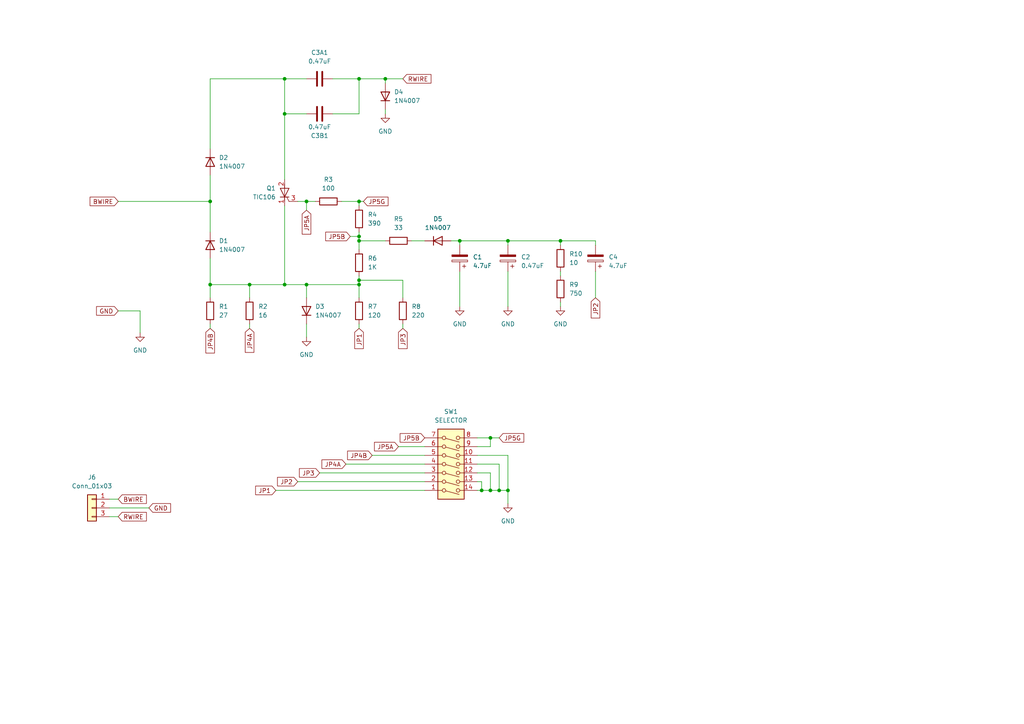
<source format=kicad_sch>
(kicad_sch (version 20230121) (generator eeschema)

  (uuid e63e39d7-6ac0-4ffd-8aa3-1841a4541b55)

  (paper "A4")

  (title_block
    (title "Mk1 SMD CDI")
    (date "2023-11-08")
    (rev "1")
    (company "MBI Ignitions")
  )

  (lib_symbols
    (symbol "Connector_Generic:Conn_01x03" (pin_names (offset 1.016) hide) (in_bom yes) (on_board yes)
      (property "Reference" "J" (at 0 5.08 0)
        (effects (font (size 1.27 1.27)))
      )
      (property "Value" "Conn_01x03" (at 0 -5.08 0)
        (effects (font (size 1.27 1.27)))
      )
      (property "Footprint" "" (at 0 0 0)
        (effects (font (size 1.27 1.27)) hide)
      )
      (property "Datasheet" "~" (at 0 0 0)
        (effects (font (size 1.27 1.27)) hide)
      )
      (property "ki_keywords" "connector" (at 0 0 0)
        (effects (font (size 1.27 1.27)) hide)
      )
      (property "ki_description" "Generic connector, single row, 01x03, script generated (kicad-library-utils/schlib/autogen/connector/)" (at 0 0 0)
        (effects (font (size 1.27 1.27)) hide)
      )
      (property "ki_fp_filters" "Connector*:*_1x??_*" (at 0 0 0)
        (effects (font (size 1.27 1.27)) hide)
      )
      (symbol "Conn_01x03_1_1"
        (rectangle (start -1.27 -2.413) (end 0 -2.667)
          (stroke (width 0.1524) (type default))
          (fill (type none))
        )
        (rectangle (start -1.27 0.127) (end 0 -0.127)
          (stroke (width 0.1524) (type default))
          (fill (type none))
        )
        (rectangle (start -1.27 2.667) (end 0 2.413)
          (stroke (width 0.1524) (type default))
          (fill (type none))
        )
        (rectangle (start -1.27 3.81) (end 1.27 -3.81)
          (stroke (width 0.254) (type default))
          (fill (type background))
        )
        (pin passive line (at -5.08 2.54 0) (length 3.81)
          (name "Pin_1" (effects (font (size 1.27 1.27))))
          (number "1" (effects (font (size 1.27 1.27))))
        )
        (pin passive line (at -5.08 0 0) (length 3.81)
          (name "Pin_2" (effects (font (size 1.27 1.27))))
          (number "2" (effects (font (size 1.27 1.27))))
        )
        (pin passive line (at -5.08 -2.54 0) (length 3.81)
          (name "Pin_3" (effects (font (size 1.27 1.27))))
          (number "3" (effects (font (size 1.27 1.27))))
        )
      )
    )
    (symbol "Device:C" (pin_numbers hide) (pin_names (offset 0.254)) (in_bom yes) (on_board yes)
      (property "Reference" "C" (at 0.635 2.54 0)
        (effects (font (size 1.27 1.27)) (justify left))
      )
      (property "Value" "C" (at 0.635 -2.54 0)
        (effects (font (size 1.27 1.27)) (justify left))
      )
      (property "Footprint" "" (at 0.9652 -3.81 0)
        (effects (font (size 1.27 1.27)) hide)
      )
      (property "Datasheet" "~" (at 0 0 0)
        (effects (font (size 1.27 1.27)) hide)
      )
      (property "ki_keywords" "cap capacitor" (at 0 0 0)
        (effects (font (size 1.27 1.27)) hide)
      )
      (property "ki_description" "Unpolarized capacitor" (at 0 0 0)
        (effects (font (size 1.27 1.27)) hide)
      )
      (property "ki_fp_filters" "C_*" (at 0 0 0)
        (effects (font (size 1.27 1.27)) hide)
      )
      (symbol "C_0_1"
        (polyline
          (pts
            (xy -2.032 -0.762)
            (xy 2.032 -0.762)
          )
          (stroke (width 0.508) (type default))
          (fill (type none))
        )
        (polyline
          (pts
            (xy -2.032 0.762)
            (xy 2.032 0.762)
          )
          (stroke (width 0.508) (type default))
          (fill (type none))
        )
      )
      (symbol "C_1_1"
        (pin passive line (at 0 3.81 270) (length 2.794)
          (name "~" (effects (font (size 1.27 1.27))))
          (number "1" (effects (font (size 1.27 1.27))))
        )
        (pin passive line (at 0 -3.81 90) (length 2.794)
          (name "~" (effects (font (size 1.27 1.27))))
          (number "2" (effects (font (size 1.27 1.27))))
        )
      )
    )
    (symbol "Device:C_Polarized" (pin_numbers hide) (pin_names (offset 0.254)) (in_bom yes) (on_board yes)
      (property "Reference" "C" (at 0.635 2.54 0)
        (effects (font (size 1.27 1.27)) (justify left))
      )
      (property "Value" "C_Polarized" (at 0.635 -2.54 0)
        (effects (font (size 1.27 1.27)) (justify left))
      )
      (property "Footprint" "" (at 0.9652 -3.81 0)
        (effects (font (size 1.27 1.27)) hide)
      )
      (property "Datasheet" "~" (at 0 0 0)
        (effects (font (size 1.27 1.27)) hide)
      )
      (property "ki_keywords" "cap capacitor" (at 0 0 0)
        (effects (font (size 1.27 1.27)) hide)
      )
      (property "ki_description" "Polarized capacitor" (at 0 0 0)
        (effects (font (size 1.27 1.27)) hide)
      )
      (property "ki_fp_filters" "CP_*" (at 0 0 0)
        (effects (font (size 1.27 1.27)) hide)
      )
      (symbol "C_Polarized_0_1"
        (rectangle (start -2.286 0.508) (end 2.286 1.016)
          (stroke (width 0) (type default))
          (fill (type none))
        )
        (polyline
          (pts
            (xy -1.778 2.286)
            (xy -0.762 2.286)
          )
          (stroke (width 0) (type default))
          (fill (type none))
        )
        (polyline
          (pts
            (xy -1.27 2.794)
            (xy -1.27 1.778)
          )
          (stroke (width 0) (type default))
          (fill (type none))
        )
        (rectangle (start 2.286 -0.508) (end -2.286 -1.016)
          (stroke (width 0) (type default))
          (fill (type outline))
        )
      )
      (symbol "C_Polarized_1_1"
        (pin passive line (at 0 3.81 270) (length 2.794)
          (name "~" (effects (font (size 1.27 1.27))))
          (number "1" (effects (font (size 1.27 1.27))))
        )
        (pin passive line (at 0 -3.81 90) (length 2.794)
          (name "~" (effects (font (size 1.27 1.27))))
          (number "2" (effects (font (size 1.27 1.27))))
        )
      )
    )
    (symbol "Device:R" (pin_numbers hide) (pin_names (offset 0)) (in_bom yes) (on_board yes)
      (property "Reference" "R" (at 2.032 0 90)
        (effects (font (size 1.27 1.27)))
      )
      (property "Value" "R" (at 0 0 90)
        (effects (font (size 1.27 1.27)))
      )
      (property "Footprint" "" (at -1.778 0 90)
        (effects (font (size 1.27 1.27)) hide)
      )
      (property "Datasheet" "~" (at 0 0 0)
        (effects (font (size 1.27 1.27)) hide)
      )
      (property "ki_keywords" "R res resistor" (at 0 0 0)
        (effects (font (size 1.27 1.27)) hide)
      )
      (property "ki_description" "Resistor" (at 0 0 0)
        (effects (font (size 1.27 1.27)) hide)
      )
      (property "ki_fp_filters" "R_*" (at 0 0 0)
        (effects (font (size 1.27 1.27)) hide)
      )
      (symbol "R_0_1"
        (rectangle (start -1.016 -2.54) (end 1.016 2.54)
          (stroke (width 0.254) (type default))
          (fill (type none))
        )
      )
      (symbol "R_1_1"
        (pin passive line (at 0 3.81 270) (length 1.27)
          (name "~" (effects (font (size 1.27 1.27))))
          (number "1" (effects (font (size 1.27 1.27))))
        )
        (pin passive line (at 0 -3.81 90) (length 1.27)
          (name "~" (effects (font (size 1.27 1.27))))
          (number "2" (effects (font (size 1.27 1.27))))
        )
      )
    )
    (symbol "Diode:1N4007" (pin_numbers hide) (pin_names (offset 1.016) hide) (in_bom yes) (on_board yes)
      (property "Reference" "D" (at 0 2.54 0)
        (effects (font (size 1.27 1.27)))
      )
      (property "Value" "1N4007" (at 0 -2.54 0)
        (effects (font (size 1.27 1.27)))
      )
      (property "Footprint" "Diode_THT:D_DO-41_SOD81_P10.16mm_Horizontal" (at 0 -4.445 0)
        (effects (font (size 1.27 1.27)) hide)
      )
      (property "Datasheet" "http://www.vishay.com/docs/88503/1n4001.pdf" (at 0 0 0)
        (effects (font (size 1.27 1.27)) hide)
      )
      (property "ki_keywords" "diode" (at 0 0 0)
        (effects (font (size 1.27 1.27)) hide)
      )
      (property "ki_description" "1000V 1A General Purpose Rectifier Diode, DO-41" (at 0 0 0)
        (effects (font (size 1.27 1.27)) hide)
      )
      (property "ki_fp_filters" "D*DO?41*" (at 0 0 0)
        (effects (font (size 1.27 1.27)) hide)
      )
      (symbol "1N4007_0_1"
        (polyline
          (pts
            (xy -1.27 1.27)
            (xy -1.27 -1.27)
          )
          (stroke (width 0.254) (type default))
          (fill (type none))
        )
        (polyline
          (pts
            (xy 1.27 0)
            (xy -1.27 0)
          )
          (stroke (width 0) (type default))
          (fill (type none))
        )
        (polyline
          (pts
            (xy 1.27 1.27)
            (xy 1.27 -1.27)
            (xy -1.27 0)
            (xy 1.27 1.27)
          )
          (stroke (width 0.254) (type default))
          (fill (type none))
        )
      )
      (symbol "1N4007_1_1"
        (pin passive line (at -3.81 0 0) (length 2.54)
          (name "K" (effects (font (size 1.27 1.27))))
          (number "1" (effects (font (size 1.27 1.27))))
        )
        (pin passive line (at 3.81 0 180) (length 2.54)
          (name "A" (effects (font (size 1.27 1.27))))
          (number "2" (effects (font (size 1.27 1.27))))
        )
      )
    )
    (symbol "GND_1" (power) (pin_names (offset 0)) (in_bom yes) (on_board yes)
      (property "Reference" "#PWR" (at 0 -6.35 0)
        (effects (font (size 1.27 1.27)) hide)
      )
      (property "Value" "GND_1" (at 0 -3.81 0)
        (effects (font (size 1.27 1.27)))
      )
      (property "Footprint" "" (at 0 0 0)
        (effects (font (size 1.27 1.27)) hide)
      )
      (property "Datasheet" "" (at 0 0 0)
        (effects (font (size 1.27 1.27)) hide)
      )
      (property "ki_keywords" "global power" (at 0 0 0)
        (effects (font (size 1.27 1.27)) hide)
      )
      (property "ki_description" "Power symbol creates a global label with name \"GND\" , ground" (at 0 0 0)
        (effects (font (size 1.27 1.27)) hide)
      )
      (symbol "GND_1_0_1"
        (polyline
          (pts
            (xy 0 0)
            (xy 0 -1.27)
            (xy 1.27 -1.27)
            (xy 0 -2.54)
            (xy -1.27 -1.27)
            (xy 0 -1.27)
          )
          (stroke (width 0) (type default))
          (fill (type none))
        )
      )
      (symbol "GND_1_1_1"
        (pin power_in line (at 0 0 270) (length 0) hide
          (name "GND" (effects (font (size 1.27 1.27))))
          (number "1" (effects (font (size 1.27 1.27))))
        )
      )
    )
    (symbol "Switch:SW_DIP_x07" (pin_names (offset 0) hide) (in_bom yes) (on_board yes)
      (property "Reference" "SW" (at 0 13.97 0)
        (effects (font (size 1.27 1.27)))
      )
      (property "Value" "SW_DIP_x07" (at 0 -8.89 0)
        (effects (font (size 1.27 1.27)))
      )
      (property "Footprint" "" (at 0 0 0)
        (effects (font (size 1.27 1.27)) hide)
      )
      (property "Datasheet" "~" (at 0 0 0)
        (effects (font (size 1.27 1.27)) hide)
      )
      (property "ki_keywords" "dip switch" (at 0 0 0)
        (effects (font (size 1.27 1.27)) hide)
      )
      (property "ki_description" "7x DIP Switch, Single Pole Single Throw (SPST) switch, small symbol" (at 0 0 0)
        (effects (font (size 1.27 1.27)) hide)
      )
      (property "ki_fp_filters" "SW?DIP?x7*" (at 0 0 0)
        (effects (font (size 1.27 1.27)) hide)
      )
      (symbol "SW_DIP_x07_0_0"
        (circle (center -2.032 -5.08) (radius 0.508)
          (stroke (width 0) (type default))
          (fill (type none))
        )
        (circle (center -2.032 -2.54) (radius 0.508)
          (stroke (width 0) (type default))
          (fill (type none))
        )
        (circle (center -2.032 0) (radius 0.508)
          (stroke (width 0) (type default))
          (fill (type none))
        )
        (circle (center -2.032 2.54) (radius 0.508)
          (stroke (width 0) (type default))
          (fill (type none))
        )
        (circle (center -2.032 5.08) (radius 0.508)
          (stroke (width 0) (type default))
          (fill (type none))
        )
        (circle (center -2.032 7.62) (radius 0.508)
          (stroke (width 0) (type default))
          (fill (type none))
        )
        (circle (center -2.032 10.16) (radius 0.508)
          (stroke (width 0) (type default))
          (fill (type none))
        )
        (polyline
          (pts
            (xy -1.524 -4.9276)
            (xy 2.3622 -3.8862)
          )
          (stroke (width 0) (type default))
          (fill (type none))
        )
        (polyline
          (pts
            (xy -1.524 -2.3876)
            (xy 2.3622 -1.3462)
          )
          (stroke (width 0) (type default))
          (fill (type none))
        )
        (polyline
          (pts
            (xy -1.524 0.127)
            (xy 2.3622 1.1684)
          )
          (stroke (width 0) (type default))
          (fill (type none))
        )
        (polyline
          (pts
            (xy -1.524 2.667)
            (xy 2.3622 3.7084)
          )
          (stroke (width 0) (type default))
          (fill (type none))
        )
        (polyline
          (pts
            (xy -1.524 5.207)
            (xy 2.3622 6.2484)
          )
          (stroke (width 0) (type default))
          (fill (type none))
        )
        (polyline
          (pts
            (xy -1.524 7.747)
            (xy 2.3622 8.7884)
          )
          (stroke (width 0) (type default))
          (fill (type none))
        )
        (polyline
          (pts
            (xy -1.524 10.287)
            (xy 2.3622 11.3284)
          )
          (stroke (width 0) (type default))
          (fill (type none))
        )
        (circle (center 2.032 -5.08) (radius 0.508)
          (stroke (width 0) (type default))
          (fill (type none))
        )
        (circle (center 2.032 -2.54) (radius 0.508)
          (stroke (width 0) (type default))
          (fill (type none))
        )
        (circle (center 2.032 0) (radius 0.508)
          (stroke (width 0) (type default))
          (fill (type none))
        )
        (circle (center 2.032 2.54) (radius 0.508)
          (stroke (width 0) (type default))
          (fill (type none))
        )
        (circle (center 2.032 5.08) (radius 0.508)
          (stroke (width 0) (type default))
          (fill (type none))
        )
        (circle (center 2.032 7.62) (radius 0.508)
          (stroke (width 0) (type default))
          (fill (type none))
        )
        (circle (center 2.032 10.16) (radius 0.508)
          (stroke (width 0) (type default))
          (fill (type none))
        )
      )
      (symbol "SW_DIP_x07_0_1"
        (rectangle (start -3.81 12.7) (end 3.81 -7.62)
          (stroke (width 0.254) (type default))
          (fill (type background))
        )
      )
      (symbol "SW_DIP_x07_1_1"
        (pin passive line (at -7.62 10.16 0) (length 5.08)
          (name "~" (effects (font (size 1.27 1.27))))
          (number "1" (effects (font (size 1.27 1.27))))
        )
        (pin passive line (at 7.62 0 180) (length 5.08)
          (name "~" (effects (font (size 1.27 1.27))))
          (number "10" (effects (font (size 1.27 1.27))))
        )
        (pin passive line (at 7.62 2.54 180) (length 5.08)
          (name "~" (effects (font (size 1.27 1.27))))
          (number "11" (effects (font (size 1.27 1.27))))
        )
        (pin passive line (at 7.62 5.08 180) (length 5.08)
          (name "~" (effects (font (size 1.27 1.27))))
          (number "12" (effects (font (size 1.27 1.27))))
        )
        (pin passive line (at 7.62 7.62 180) (length 5.08)
          (name "~" (effects (font (size 1.27 1.27))))
          (number "13" (effects (font (size 1.27 1.27))))
        )
        (pin passive line (at 7.62 10.16 180) (length 5.08)
          (name "~" (effects (font (size 1.27 1.27))))
          (number "14" (effects (font (size 1.27 1.27))))
        )
        (pin passive line (at -7.62 7.62 0) (length 5.08)
          (name "~" (effects (font (size 1.27 1.27))))
          (number "2" (effects (font (size 1.27 1.27))))
        )
        (pin passive line (at -7.62 5.08 0) (length 5.08)
          (name "~" (effects (font (size 1.27 1.27))))
          (number "3" (effects (font (size 1.27 1.27))))
        )
        (pin passive line (at -7.62 2.54 0) (length 5.08)
          (name "~" (effects (font (size 1.27 1.27))))
          (number "4" (effects (font (size 1.27 1.27))))
        )
        (pin passive line (at -7.62 0 0) (length 5.08)
          (name "~" (effects (font (size 1.27 1.27))))
          (number "5" (effects (font (size 1.27 1.27))))
        )
        (pin passive line (at -7.62 -2.54 0) (length 5.08)
          (name "~" (effects (font (size 1.27 1.27))))
          (number "6" (effects (font (size 1.27 1.27))))
        )
        (pin passive line (at -7.62 -5.08 0) (length 5.08)
          (name "~" (effects (font (size 1.27 1.27))))
          (number "7" (effects (font (size 1.27 1.27))))
        )
        (pin passive line (at 7.62 -5.08 180) (length 5.08)
          (name "~" (effects (font (size 1.27 1.27))))
          (number "8" (effects (font (size 1.27 1.27))))
        )
        (pin passive line (at 7.62 -2.54 180) (length 5.08)
          (name "~" (effects (font (size 1.27 1.27))))
          (number "9" (effects (font (size 1.27 1.27))))
        )
      )
    )
    (symbol "Triac_Thyristor:TIC106" (pin_names (offset 0) hide) (in_bom yes) (on_board yes)
      (property "Reference" "Q" (at 2.54 1.905 0)
        (effects (font (size 1.27 1.27)) (justify left))
      )
      (property "Value" "TIC106" (at 2.54 0 0)
        (effects (font (size 1.27 1.27)) (justify left))
      )
      (property "Footprint" "Package_TO_SOT_THT:TO-220-3_Vertical" (at 2.54 -1.905 0)
        (effects (font (size 1.27 1.27) italic) (justify left) hide)
      )
      (property "Datasheet" "http://pdf.datasheetcatalog.com/datasheet/PowerInnovations/mXyzrtvs.pdf" (at 0 0 0)
        (effects (font (size 1.27 1.27)) (justify left) hide)
      )
      (property "ki_keywords" "thyristor" (at 0 0 0)
        (effects (font (size 1.27 1.27)) hide)
      )
      (property "ki_description" "5A Ion, 400-800V Voff, Silicon Controlled Rectifier (Thyristor), TO-220" (at 0 0 0)
        (effects (font (size 1.27 1.27)) hide)
      )
      (property "ki_fp_filters" "TO?220*" (at 0 0 0)
        (effects (font (size 1.27 1.27)) hide)
      )
      (symbol "TIC106_0_1"
        (polyline
          (pts
            (xy -1.27 -2.54)
            (xy -0.635 -1.27)
          )
          (stroke (width 0) (type default))
          (fill (type none))
        )
        (polyline
          (pts
            (xy -1.27 -1.27)
            (xy 1.27 -1.27)
          )
          (stroke (width 0.2032) (type default))
          (fill (type none))
        )
        (polyline
          (pts
            (xy 0 -2.54)
            (xy 0 2.54)
          )
          (stroke (width 0) (type default))
          (fill (type none))
        )
        (polyline
          (pts
            (xy -1.27 1.27)
            (xy 1.27 1.27)
            (xy 0 -1.27)
            (xy -1.27 1.27)
          )
          (stroke (width 0.2032) (type default))
          (fill (type none))
        )
      )
      (symbol "TIC106_1_1"
        (pin passive line (at 0 -3.81 90) (length 2.54)
          (name "K" (effects (font (size 1.27 1.27))))
          (number "1" (effects (font (size 1.27 1.27))))
        )
        (pin passive line (at 0 3.81 270) (length 2.54)
          (name "A" (effects (font (size 1.27 1.27))))
          (number "2" (effects (font (size 1.27 1.27))))
        )
        (pin input line (at -3.81 -2.54 0) (length 2.54)
          (name "G" (effects (font (size 1.27 1.27))))
          (number "3" (effects (font (size 1.27 1.27))))
        )
      )
    )
    (symbol "power:GND" (power) (pin_names (offset 0)) (in_bom yes) (on_board yes)
      (property "Reference" "#PWR" (at 0 -6.35 0)
        (effects (font (size 1.27 1.27)) hide)
      )
      (property "Value" "GND" (at 0 -3.81 0)
        (effects (font (size 1.27 1.27)))
      )
      (property "Footprint" "" (at 0 0 0)
        (effects (font (size 1.27 1.27)) hide)
      )
      (property "Datasheet" "" (at 0 0 0)
        (effects (font (size 1.27 1.27)) hide)
      )
      (property "ki_keywords" "power-flag" (at 0 0 0)
        (effects (font (size 1.27 1.27)) hide)
      )
      (property "ki_description" "Power symbol creates a global label with name \"GND\" , ground" (at 0 0 0)
        (effects (font (size 1.27 1.27)) hide)
      )
      (symbol "GND_0_1"
        (polyline
          (pts
            (xy 0 0)
            (xy 0 -1.27)
            (xy 1.27 -1.27)
            (xy 0 -2.54)
            (xy -1.27 -1.27)
            (xy 0 -1.27)
          )
          (stroke (width 0) (type default))
          (fill (type none))
        )
      )
      (symbol "GND_1_1"
        (pin power_in line (at 0 0 270) (length 0) hide
          (name "GND" (effects (font (size 1.27 1.27))))
          (number "1" (effects (font (size 1.27 1.27))))
        )
      )
    )
  )

  (junction (at 82.55 82.55) (diameter 0) (color 0 0 0 0)
    (uuid 14af633b-ae9c-40f6-a5dd-ed5148a58715)
  )
  (junction (at 147.32 69.85) (diameter 0) (color 0 0 0 0)
    (uuid 17af1f37-61a2-4f09-8fcf-68536bc22531)
  )
  (junction (at 104.14 22.86) (diameter 0) (color 0 0 0 0)
    (uuid 29018368-36da-4549-b54c-806e79f78a57)
  )
  (junction (at 104.14 69.85) (diameter 0) (color 0 0 0 0)
    (uuid 29226eb3-4525-425b-8063-c24fc0626953)
  )
  (junction (at 104.14 58.42) (diameter 0) (color 0 0 0 0)
    (uuid 2acb73cc-2c38-4f1b-a2c1-f07dc8fef2b3)
  )
  (junction (at 162.56 69.85) (diameter 0) (color 0 0 0 0)
    (uuid 39d9eb30-49f0-4d6e-a1ec-8422f92b0445)
  )
  (junction (at 72.39 82.55) (diameter 0) (color 0 0 0 0)
    (uuid 39e2fb0b-3812-455c-b466-3438d2313163)
  )
  (junction (at 88.9 58.42) (diameter 0) (color 0 0 0 0)
    (uuid 47dbe4d2-9635-4a96-9dea-093c5e071b0b)
  )
  (junction (at 104.14 82.55) (diameter 0) (color 0 0 0 0)
    (uuid 5d41b832-6aa9-4da9-9d05-a22b1df93fc6)
  )
  (junction (at 147.32 142.24) (diameter 0) (color 0 0 0 0)
    (uuid 5f6d1945-ef25-48ea-a3c9-07b3ce1a8d80)
  )
  (junction (at 104.14 81.28) (diameter 0) (color 0 0 0 0)
    (uuid 6c7a9582-5e32-42cd-b2ea-b809ae4411bb)
  )
  (junction (at 111.76 22.86) (diameter 0) (color 0 0 0 0)
    (uuid 77e0cbc9-1f73-4db9-9072-7839d70d7bec)
  )
  (junction (at 142.24 127) (diameter 0) (color 0 0 0 0)
    (uuid 854240a4-3b1e-4dab-b495-ecca29c24579)
  )
  (junction (at 60.96 82.55) (diameter 0) (color 0 0 0 0)
    (uuid 913fd5bc-217c-4b2c-9303-e957595fb42c)
  )
  (junction (at 60.96 58.42) (diameter 0) (color 0 0 0 0)
    (uuid 981f8569-562f-41cc-a1e4-d41b71ea4fa6)
  )
  (junction (at 88.9 82.55) (diameter 0) (color 0 0 0 0)
    (uuid ac426d35-7004-4220-a697-1347ebd6934b)
  )
  (junction (at 139.7 142.24) (diameter 0) (color 0 0 0 0)
    (uuid b930f94d-d631-4adc-b11c-853e2f708476)
  )
  (junction (at 82.55 33.02) (diameter 0) (color 0 0 0 0)
    (uuid bc94b776-f0d3-4172-8a1b-d03c1d4ff98d)
  )
  (junction (at 142.24 142.24) (diameter 0) (color 0 0 0 0)
    (uuid c0868514-db56-45b8-87b1-3d2557984d3b)
  )
  (junction (at 133.35 69.85) (diameter 0) (color 0 0 0 0)
    (uuid c1182b6e-5dc0-42de-bc2a-eb8f97b2808b)
  )
  (junction (at 82.55 22.86) (diameter 0) (color 0 0 0 0)
    (uuid c37af25a-4742-4307-8894-fb023d079e11)
  )
  (junction (at 144.78 142.24) (diameter 0) (color 0 0 0 0)
    (uuid da40000c-a36c-499a-810e-dd26b196fd7f)
  )
  (junction (at 104.14 68.58) (diameter 0) (color 0 0 0 0)
    (uuid f4682859-9562-4d72-9593-87532bee22e4)
  )

  (wire (pts (xy 162.56 69.85) (xy 172.72 69.85))
    (stroke (width 0) (type default))
    (uuid 00e2e717-d532-4794-8a33-77fb9f74d6ac)
  )
  (wire (pts (xy 115.57 129.54) (xy 123.19 129.54))
    (stroke (width 0) (type default))
    (uuid 1214c8ef-b97a-4830-8e61-0209d0f3f5cf)
  )
  (wire (pts (xy 92.71 137.16) (xy 123.19 137.16))
    (stroke (width 0) (type default))
    (uuid 1376539c-1f76-49f0-bbd9-63d5a126d4a5)
  )
  (wire (pts (xy 104.14 22.86) (xy 104.14 33.02))
    (stroke (width 0) (type default))
    (uuid 14ad3752-6a57-4bc1-8de5-e03085991a51)
  )
  (wire (pts (xy 60.96 82.55) (xy 72.39 82.55))
    (stroke (width 0) (type default))
    (uuid 1f095f88-a709-4dce-b0ed-23ea45ee11aa)
  )
  (wire (pts (xy 138.43 127) (xy 142.24 127))
    (stroke (width 0) (type default))
    (uuid 21ad0c95-480e-4ae1-a23d-87e2986aaa97)
  )
  (wire (pts (xy 72.39 82.55) (xy 82.55 82.55))
    (stroke (width 0) (type default))
    (uuid 22961c7b-7906-4bc7-9d81-11dfdf2f9625)
  )
  (wire (pts (xy 96.52 33.02) (xy 104.14 33.02))
    (stroke (width 0) (type default))
    (uuid 22a40740-6db5-46e0-9a53-bf2f378b555e)
  )
  (wire (pts (xy 104.14 58.42) (xy 104.14 59.69))
    (stroke (width 0) (type default))
    (uuid 22ebc81a-71c9-40c4-8357-147478daea7e)
  )
  (wire (pts (xy 86.36 58.42) (xy 88.9 58.42))
    (stroke (width 0) (type default))
    (uuid 272859df-c494-431c-b746-71a545c0780a)
  )
  (wire (pts (xy 138.43 132.08) (xy 147.32 132.08))
    (stroke (width 0) (type default))
    (uuid 2729137a-e2db-458c-9233-91a418ba3785)
  )
  (wire (pts (xy 162.56 78.74) (xy 162.56 80.01))
    (stroke (width 0) (type default))
    (uuid 2f766734-6d5f-4cdc-8e73-4143c906482d)
  )
  (wire (pts (xy 60.96 50.8) (xy 60.96 58.42))
    (stroke (width 0) (type default))
    (uuid 354b8a5b-138c-4f2f-8300-726321cf9060)
  )
  (wire (pts (xy 82.55 33.02) (xy 88.9 33.02))
    (stroke (width 0) (type default))
    (uuid 395e36c8-ecb1-4cb5-a587-cdb323b8a772)
  )
  (wire (pts (xy 138.43 137.16) (xy 142.24 137.16))
    (stroke (width 0) (type default))
    (uuid 3ba2b6de-9df9-4c8e-986a-22320a7bd762)
  )
  (wire (pts (xy 104.14 68.58) (xy 104.14 69.85))
    (stroke (width 0) (type default))
    (uuid 3eb5f7bf-a0b8-4780-933f-1922df61dce8)
  )
  (wire (pts (xy 138.43 139.7) (xy 139.7 139.7))
    (stroke (width 0) (type default))
    (uuid 3f5a1b1b-0f2e-471d-bc83-3fcb89d4aacd)
  )
  (wire (pts (xy 82.55 82.55) (xy 88.9 82.55))
    (stroke (width 0) (type default))
    (uuid 3fcf191e-cd72-42e4-a9e1-c98dad5e982c)
  )
  (wire (pts (xy 82.55 22.86) (xy 82.55 33.02))
    (stroke (width 0) (type default))
    (uuid 4182b1a0-0b50-4ff5-b349-94bbb8c043da)
  )
  (wire (pts (xy 139.7 139.7) (xy 139.7 142.24))
    (stroke (width 0) (type default))
    (uuid 44bb4bfb-73ee-4494-a966-64ebe94d3056)
  )
  (wire (pts (xy 88.9 58.42) (xy 91.44 58.42))
    (stroke (width 0) (type default))
    (uuid 4a75c0c7-36ad-4afd-8c25-dc4c8b0ccebb)
  )
  (wire (pts (xy 88.9 93.98) (xy 88.9 97.79))
    (stroke (width 0) (type default))
    (uuid 4d66300c-3495-421b-8ca9-c5b37f23ca9c)
  )
  (wire (pts (xy 142.24 127) (xy 144.78 127))
    (stroke (width 0) (type default))
    (uuid 4d9452df-860d-4fd8-8f10-8319b43defad)
  )
  (wire (pts (xy 116.84 86.36) (xy 116.84 81.28))
    (stroke (width 0) (type default))
    (uuid 5456c27b-25a3-4b51-8ded-cfa162001dd4)
  )
  (wire (pts (xy 72.39 86.36) (xy 72.39 82.55))
    (stroke (width 0) (type default))
    (uuid 579ae5e9-4c9f-4f75-821b-5a990ef12305)
  )
  (wire (pts (xy 142.24 127) (xy 142.24 129.54))
    (stroke (width 0) (type default))
    (uuid 59f4a9ad-3841-4991-9ce4-7f9c5a9859fa)
  )
  (wire (pts (xy 60.96 74.93) (xy 60.96 82.55))
    (stroke (width 0) (type default))
    (uuid 5e9ff7de-29e2-41aa-a290-b14a47b26ac5)
  )
  (wire (pts (xy 88.9 82.55) (xy 104.14 82.55))
    (stroke (width 0) (type default))
    (uuid 5f108eeb-da04-4211-bd6d-02e0c960d5ad)
  )
  (wire (pts (xy 111.76 22.86) (xy 116.84 22.86))
    (stroke (width 0) (type default))
    (uuid 5f3dc76d-4a0e-4c33-9466-ea6e8d472bc0)
  )
  (wire (pts (xy 31.75 149.86) (xy 34.29 149.86))
    (stroke (width 0) (type default))
    (uuid 63067516-09ff-46d3-a09e-8b597ee33058)
  )
  (wire (pts (xy 133.35 69.85) (xy 147.32 69.85))
    (stroke (width 0) (type default))
    (uuid 638ffdfa-dfaa-4a60-ab5d-6fbb4ab185b3)
  )
  (wire (pts (xy 130.81 69.85) (xy 133.35 69.85))
    (stroke (width 0) (type default))
    (uuid 64635a7e-8b71-48f5-ab9a-492a01624a57)
  )
  (wire (pts (xy 144.78 142.24) (xy 147.32 142.24))
    (stroke (width 0) (type default))
    (uuid 66658fc4-9852-4b47-a19e-7450c49d14b8)
  )
  (wire (pts (xy 107.95 132.08) (xy 123.19 132.08))
    (stroke (width 0) (type default))
    (uuid 6828d814-152c-46a9-84f3-15d06b8c91e4)
  )
  (wire (pts (xy 60.96 22.86) (xy 82.55 22.86))
    (stroke (width 0) (type default))
    (uuid 693ba95c-27c2-4b5a-a27b-ea8d5f09c0cb)
  )
  (wire (pts (xy 104.14 82.55) (xy 104.14 86.36))
    (stroke (width 0) (type default))
    (uuid 698b0730-16b7-4696-bd27-29c113d76632)
  )
  (wire (pts (xy 34.29 58.42) (xy 60.96 58.42))
    (stroke (width 0) (type default))
    (uuid 69beb253-1edb-4d8c-b39a-5dd3a1ac1ed7)
  )
  (wire (pts (xy 104.14 69.85) (xy 104.14 72.39))
    (stroke (width 0) (type default))
    (uuid 6a402003-a8da-448b-a90b-2924a583bcf0)
  )
  (wire (pts (xy 72.39 93.98) (xy 72.39 95.25))
    (stroke (width 0) (type default))
    (uuid 6bfd0897-1fd5-4e7d-afb2-09a427153347)
  )
  (wire (pts (xy 147.32 71.12) (xy 147.32 69.85))
    (stroke (width 0) (type default))
    (uuid 6dc3ad49-d3d6-4405-9a4b-b3f5b8c109c4)
  )
  (wire (pts (xy 86.36 139.7) (xy 123.19 139.7))
    (stroke (width 0) (type default))
    (uuid 6e363116-7014-494b-a90d-4a4bd595a708)
  )
  (wire (pts (xy 104.14 81.28) (xy 104.14 82.55))
    (stroke (width 0) (type default))
    (uuid 6e7683a2-2451-422f-b3b7-f64aec5aab52)
  )
  (wire (pts (xy 60.96 43.18) (xy 60.96 22.86))
    (stroke (width 0) (type default))
    (uuid 6f3ed25c-c714-4437-bcc3-8ac943d0a8c2)
  )
  (wire (pts (xy 104.14 69.85) (xy 111.76 69.85))
    (stroke (width 0) (type default))
    (uuid 7ca9cd29-4a94-4903-a29a-c24732713a3b)
  )
  (wire (pts (xy 116.84 93.98) (xy 116.84 95.25))
    (stroke (width 0) (type default))
    (uuid 80f2a9e8-97d2-44f9-8622-3711f76b835f)
  )
  (wire (pts (xy 111.76 31.75) (xy 111.76 33.02))
    (stroke (width 0) (type default))
    (uuid 836403ba-e585-413a-afc5-c54d620ab8a3)
  )
  (wire (pts (xy 162.56 87.63) (xy 162.56 88.9))
    (stroke (width 0) (type default))
    (uuid 86a3bb58-3873-495a-9a37-bcf68c7e01a4)
  )
  (wire (pts (xy 138.43 142.24) (xy 139.7 142.24))
    (stroke (width 0) (type default))
    (uuid 8704591a-9cf1-495e-b6b1-e5ae0a54d650)
  )
  (wire (pts (xy 31.75 147.32) (xy 43.18 147.32))
    (stroke (width 0) (type default))
    (uuid 893100b4-a996-4cea-9ffe-5350292e949c)
  )
  (wire (pts (xy 133.35 78.74) (xy 133.35 88.9))
    (stroke (width 0) (type default))
    (uuid 90849255-5225-4dbc-8038-8b98187c2eee)
  )
  (wire (pts (xy 88.9 22.86) (xy 82.55 22.86))
    (stroke (width 0) (type default))
    (uuid 91dc0255-89b2-4e72-a7d1-21aa0dab0872)
  )
  (wire (pts (xy 138.43 134.62) (xy 144.78 134.62))
    (stroke (width 0) (type default))
    (uuid 92a9cc2d-372c-485c-b5bf-ccc6c14f7bc9)
  )
  (wire (pts (xy 172.72 69.85) (xy 172.72 71.12))
    (stroke (width 0) (type default))
    (uuid 9478bce7-fee7-47dd-8007-eb82c77c7bdd)
  )
  (wire (pts (xy 138.43 129.54) (xy 142.24 129.54))
    (stroke (width 0) (type default))
    (uuid 95dcc51c-2547-4275-adad-a439b8ab92fb)
  )
  (wire (pts (xy 88.9 86.36) (xy 88.9 82.55))
    (stroke (width 0) (type default))
    (uuid 984b09a4-fb78-4abd-8217-c398436e3f70)
  )
  (wire (pts (xy 104.14 67.31) (xy 104.14 68.58))
    (stroke (width 0) (type default))
    (uuid 99b7c7c6-fbab-491e-8f70-1fe7a0607a7a)
  )
  (wire (pts (xy 34.29 90.17) (xy 40.64 90.17))
    (stroke (width 0) (type default))
    (uuid 99c93431-f446-46fc-84ee-d3f6ca772eda)
  )
  (wire (pts (xy 105.41 58.42) (xy 104.14 58.42))
    (stroke (width 0) (type default))
    (uuid 9c543b4f-5e1d-4095-989a-42b0ea8382e3)
  )
  (wire (pts (xy 116.84 81.28) (xy 104.14 81.28))
    (stroke (width 0) (type default))
    (uuid 9c88a47f-151b-4763-a2e2-bafaf01a1a31)
  )
  (wire (pts (xy 88.9 60.96) (xy 88.9 58.42))
    (stroke (width 0) (type default))
    (uuid ad7ba4d6-7339-4294-8113-93f24e9427f7)
  )
  (wire (pts (xy 142.24 137.16) (xy 142.24 142.24))
    (stroke (width 0) (type default))
    (uuid ad8952ad-a5fe-49cb-a0b0-ebbeb1a5b3bd)
  )
  (wire (pts (xy 147.32 69.85) (xy 162.56 69.85))
    (stroke (width 0) (type default))
    (uuid ae4ac89d-959b-4408-851a-aea82130b3e1)
  )
  (wire (pts (xy 162.56 69.85) (xy 162.56 71.12))
    (stroke (width 0) (type default))
    (uuid b185de03-ff2b-46ed-a95b-f2431f119d54)
  )
  (wire (pts (xy 31.75 144.78) (xy 34.29 144.78))
    (stroke (width 0) (type default))
    (uuid b4d3eda0-bbbf-4d05-a346-6066858d5301)
  )
  (wire (pts (xy 104.14 93.98) (xy 104.14 95.25))
    (stroke (width 0) (type default))
    (uuid b5505f58-0809-4ac1-ac28-89a9f10db85e)
  )
  (wire (pts (xy 96.52 22.86) (xy 104.14 22.86))
    (stroke (width 0) (type default))
    (uuid bb003d1e-4baa-49e9-a607-cfd3a00ce3b1)
  )
  (wire (pts (xy 147.32 78.74) (xy 147.32 88.9))
    (stroke (width 0) (type default))
    (uuid bb49b0a3-600a-47ad-af53-30b84489393c)
  )
  (wire (pts (xy 60.96 58.42) (xy 60.96 67.31))
    (stroke (width 0) (type default))
    (uuid c3be8d3c-ad3a-43f7-b165-990906640bda)
  )
  (wire (pts (xy 111.76 22.86) (xy 111.76 24.13))
    (stroke (width 0) (type default))
    (uuid c558f474-648a-4fd3-b1a4-aa9b4eae0367)
  )
  (wire (pts (xy 144.78 134.62) (xy 144.78 142.24))
    (stroke (width 0) (type default))
    (uuid c6404790-33dd-49e2-af9f-0f8e3d1d277f)
  )
  (wire (pts (xy 172.72 78.74) (xy 172.72 86.36))
    (stroke (width 0) (type default))
    (uuid caf527e6-47c6-480a-be68-52066b0923b0)
  )
  (wire (pts (xy 104.14 68.58) (xy 101.6 68.58))
    (stroke (width 0) (type default))
    (uuid cb647754-d9d7-4a23-b6f8-e09a0805f7cf)
  )
  (wire (pts (xy 82.55 33.02) (xy 82.55 52.07))
    (stroke (width 0) (type default))
    (uuid ccdc2d6d-9fe1-4365-87de-b9a515d7e00f)
  )
  (wire (pts (xy 60.96 86.36) (xy 60.96 82.55))
    (stroke (width 0) (type default))
    (uuid ce7fa149-e406-4205-98cb-eab135590d5e)
  )
  (wire (pts (xy 147.32 142.24) (xy 147.32 146.05))
    (stroke (width 0) (type default))
    (uuid cf99597a-615d-402e-a00f-ac5f8118ef81)
  )
  (wire (pts (xy 104.14 80.01) (xy 104.14 81.28))
    (stroke (width 0) (type default))
    (uuid d11817dd-6104-4a73-adce-c1b3480d3b0f)
  )
  (wire (pts (xy 104.14 22.86) (xy 111.76 22.86))
    (stroke (width 0) (type default))
    (uuid d30b900f-9824-4839-a32a-a55600e55a4d)
  )
  (wire (pts (xy 139.7 142.24) (xy 142.24 142.24))
    (stroke (width 0) (type default))
    (uuid d4bfccda-3c09-4c59-b5d0-b3cce5f1db2e)
  )
  (wire (pts (xy 119.38 69.85) (xy 123.19 69.85))
    (stroke (width 0) (type default))
    (uuid d93a0a44-12e3-4a8c-86fd-656af26780a9)
  )
  (wire (pts (xy 147.32 132.08) (xy 147.32 142.24))
    (stroke (width 0) (type default))
    (uuid d9d61278-de2c-4012-beca-40bc65b5a319)
  )
  (wire (pts (xy 99.06 58.42) (xy 104.14 58.42))
    (stroke (width 0) (type default))
    (uuid dc367443-17a3-41ae-ba40-2627f78ae274)
  )
  (wire (pts (xy 80.01 142.24) (xy 123.19 142.24))
    (stroke (width 0) (type default))
    (uuid df6ffea4-24c7-4356-b686-11a6ba7e14c8)
  )
  (wire (pts (xy 60.96 95.25) (xy 60.96 93.98))
    (stroke (width 0) (type default))
    (uuid e4ed0636-ece4-40b6-9ea3-6f8767dcb051)
  )
  (wire (pts (xy 142.24 142.24) (xy 144.78 142.24))
    (stroke (width 0) (type default))
    (uuid e55d85d7-539e-4991-91cc-05283f033a94)
  )
  (wire (pts (xy 133.35 71.12) (xy 133.35 69.85))
    (stroke (width 0) (type default))
    (uuid e82cceb0-87da-4f91-ad8d-a7bc7be44471)
  )
  (wire (pts (xy 100.33 134.62) (xy 123.19 134.62))
    (stroke (width 0) (type default))
    (uuid f4650274-c2a1-40c1-a8b1-44e83833ee2c)
  )
  (wire (pts (xy 40.64 90.17) (xy 40.64 96.52))
    (stroke (width 0) (type default))
    (uuid f4e3c329-5fff-48f4-a24e-60d0704c077f)
  )
  (wire (pts (xy 82.55 59.69) (xy 82.55 82.55))
    (stroke (width 0) (type default))
    (uuid fa473602-638f-4961-9145-f5eea19015cd)
  )

  (global_label "RWIRE" (shape input) (at 34.29 149.86 0) (fields_autoplaced)
    (effects (font (size 1.27 1.27)) (justify left))
    (uuid 007e62dd-dad9-49b3-8767-9f6e4e729f6d)
    (property "Intersheetrefs" "${INTERSHEET_REFS}" (at 42.4483 149.7806 0)
      (effects (font (size 1.27 1.27)) (justify left) hide)
    )
  )
  (global_label "JP5G" (shape input) (at 105.41 58.42 0) (fields_autoplaced)
    (effects (font (size 1.27 1.27)) (justify left))
    (uuid 20ed7d29-7e4e-415a-a012-a71e186838f7)
    (property "Intersheetrefs" "${INTERSHEET_REFS}" (at 113.0329 58.42 0)
      (effects (font (size 1.27 1.27)) (justify left) hide)
    )
  )
  (global_label "BWIRE" (shape input) (at 34.29 144.78 0) (fields_autoplaced)
    (effects (font (size 1.27 1.27)) (justify left))
    (uuid 25cd43ac-fc7f-43f9-b2a5-fb3464325031)
    (property "Intersheetrefs" "${INTERSHEET_REFS}" (at 42.4483 144.7006 0)
      (effects (font (size 1.27 1.27)) (justify left) hide)
    )
  )
  (global_label "JP1" (shape input) (at 80.01 142.24 180) (fields_autoplaced)
    (effects (font (size 1.27 1.27)) (justify right))
    (uuid 2b240e59-157a-41f8-b6b7-ab76ce2b827c)
    (property "Intersheetrefs" "${INTERSHEET_REFS}" (at 74.1498 142.3194 0)
      (effects (font (size 1.27 1.27)) (justify right) hide)
    )
  )
  (global_label "JP5A" (shape input) (at 88.9 60.96 270) (fields_autoplaced)
    (effects (font (size 1.27 1.27)) (justify right))
    (uuid 3479edd8-59a8-477e-980d-395586d6a7cb)
    (property "Intersheetrefs" "${INTERSHEET_REFS}" (at 88.8206 67.9088 90)
      (effects (font (size 1.27 1.27)) (justify right) hide)
    )
  )
  (global_label "JP5A" (shape input) (at 115.57 129.54 180) (fields_autoplaced)
    (effects (font (size 1.27 1.27)) (justify right))
    (uuid 3a739868-9d64-46be-a336-a047132034ec)
    (property "Intersheetrefs" "${INTERSHEET_REFS}" (at 108.6212 129.6194 0)
      (effects (font (size 1.27 1.27)) (justify right) hide)
    )
  )
  (global_label "GND" (shape input) (at 34.29 90.17 180) (fields_autoplaced)
    (effects (font (size 1.27 1.27)) (justify right))
    (uuid 3e2733b2-429a-48e0-a5f6-9bc75cea3fb3)
    (property "Intersheetrefs" "${INTERSHEET_REFS}" (at 28.0064 90.0906 0)
      (effects (font (size 1.27 1.27)) (justify right) hide)
    )
  )
  (global_label "JP3" (shape input) (at 92.71 137.16 180) (fields_autoplaced)
    (effects (font (size 1.27 1.27)) (justify right))
    (uuid 5328dda4-0684-4029-bcde-df4746cee045)
    (property "Intersheetrefs" "${INTERSHEET_REFS}" (at 86.8498 137.2394 0)
      (effects (font (size 1.27 1.27)) (justify right) hide)
    )
  )
  (global_label "JP4A" (shape input) (at 72.39 95.25 270) (fields_autoplaced)
    (effects (font (size 1.27 1.27)) (justify right))
    (uuid 55a4b1ee-fdf5-4d4e-ac3d-8ad181bac557)
    (property "Intersheetrefs" "${INTERSHEET_REFS}" (at 72.3106 102.1988 90)
      (effects (font (size 1.27 1.27)) (justify right) hide)
    )
  )
  (global_label "RWIRE" (shape input) (at 116.84 22.86 0) (fields_autoplaced)
    (effects (font (size 1.27 1.27)) (justify left))
    (uuid 6bf4c0c7-c5f7-4e5b-8e36-5e8d487da6fc)
    (property "Intersheetrefs" "${INTERSHEET_REFS}" (at 124.9983 22.7806 0)
      (effects (font (size 1.27 1.27)) (justify left) hide)
    )
  )
  (global_label "JP2" (shape input) (at 172.72 86.36 270) (fields_autoplaced)
    (effects (font (size 1.27 1.27)) (justify right))
    (uuid 819476a0-ca6b-4aaa-b4cb-42c553597569)
    (property "Intersheetrefs" "${INTERSHEET_REFS}" (at 172.6406 92.2202 90)
      (effects (font (size 1.27 1.27)) (justify right) hide)
    )
  )
  (global_label "GND" (shape input) (at 43.18 147.32 0) (fields_autoplaced)
    (effects (font (size 1.27 1.27)) (justify left))
    (uuid 91c1562d-149a-43c0-b684-e1b3ada041d3)
    (property "Intersheetrefs" "${INTERSHEET_REFS}" (at 49.4636 147.2406 0)
      (effects (font (size 1.27 1.27)) (justify left) hide)
    )
  )
  (global_label "JP5B" (shape input) (at 123.19 127 180) (fields_autoplaced)
    (effects (font (size 1.27 1.27)) (justify right))
    (uuid 9ad15a12-9235-4970-ace0-897b95fbe10c)
    (property "Intersheetrefs" "${INTERSHEET_REFS}" (at 116.0598 127.0794 0)
      (effects (font (size 1.27 1.27)) (justify right) hide)
    )
  )
  (global_label "JP4A" (shape input) (at 100.33 134.62 180) (fields_autoplaced)
    (effects (font (size 1.27 1.27)) (justify right))
    (uuid a225ed9b-56f6-45f9-b11e-a50bc6572e0f)
    (property "Intersheetrefs" "${INTERSHEET_REFS}" (at 93.3812 134.6994 0)
      (effects (font (size 1.27 1.27)) (justify right) hide)
    )
  )
  (global_label "JP5G" (shape input) (at 144.78 127 0) (fields_autoplaced)
    (effects (font (size 1.27 1.27)) (justify left))
    (uuid a4bd618a-48e1-4b4f-962b-f357be341d7b)
    (property "Intersheetrefs" "${INTERSHEET_REFS}" (at 151.9102 127.0794 0)
      (effects (font (size 1.27 1.27)) (justify left) hide)
    )
  )
  (global_label "JP3" (shape input) (at 116.84 95.25 270) (fields_autoplaced)
    (effects (font (size 1.27 1.27)) (justify right))
    (uuid aac5e8d1-6732-4d09-8299-ae4f0f9b3c56)
    (property "Intersheetrefs" "${INTERSHEET_REFS}" (at 116.7606 101.1102 90)
      (effects (font (size 1.27 1.27)) (justify right) hide)
    )
  )
  (global_label "JP4B" (shape input) (at 107.95 132.08 180) (fields_autoplaced)
    (effects (font (size 1.27 1.27)) (justify right))
    (uuid b77c2e9f-3f17-47d6-b6cf-7fe01b51ccdb)
    (property "Intersheetrefs" "${INTERSHEET_REFS}" (at 100.8198 132.1594 0)
      (effects (font (size 1.27 1.27)) (justify right) hide)
    )
  )
  (global_label "JP1" (shape input) (at 104.14 95.25 270) (fields_autoplaced)
    (effects (font (size 1.27 1.27)) (justify right))
    (uuid d78cc261-3836-49ea-8d45-321314e326f9)
    (property "Intersheetrefs" "${INTERSHEET_REFS}" (at 104.0606 101.1102 90)
      (effects (font (size 1.27 1.27)) (justify right) hide)
    )
  )
  (global_label "JP4B" (shape input) (at 60.96 95.25 270) (fields_autoplaced)
    (effects (font (size 1.27 1.27)) (justify right))
    (uuid dff07a46-6f7b-46fb-b88d-95ddf1d316d7)
    (property "Intersheetrefs" "${INTERSHEET_REFS}" (at 60.8806 102.3802 90)
      (effects (font (size 1.27 1.27)) (justify right) hide)
    )
  )
  (global_label "JP2" (shape input) (at 86.36 139.7 180) (fields_autoplaced)
    (effects (font (size 1.27 1.27)) (justify right))
    (uuid ee47e528-c4c8-4e59-bbd2-c9409f0c4d5c)
    (property "Intersheetrefs" "${INTERSHEET_REFS}" (at 80.4998 139.7794 0)
      (effects (font (size 1.27 1.27)) (justify right) hide)
    )
  )
  (global_label "JP5B" (shape input) (at 101.6 68.58 180) (fields_autoplaced)
    (effects (font (size 1.27 1.27)) (justify right))
    (uuid f7fa42ae-4478-45b1-9c35-7fb87412f2c4)
    (property "Intersheetrefs" "${INTERSHEET_REFS}" (at 93.9771 68.58 0)
      (effects (font (size 1.27 1.27)) (justify right) hide)
    )
  )
  (global_label "BWIRE" (shape input) (at 34.29 58.42 180) (fields_autoplaced)
    (effects (font (size 1.27 1.27)) (justify right))
    (uuid fdbeb6f2-ee7c-43eb-840b-d8ad9458d56d)
    (property "Intersheetrefs" "${INTERSHEET_REFS}" (at 26.1317 58.3406 0)
      (effects (font (size 1.27 1.27)) (justify right) hide)
    )
  )

  (symbol (lib_id "power:GND") (at 88.9 97.79 0) (unit 1)
    (in_bom yes) (on_board yes) (dnp no) (fields_autoplaced)
    (uuid 0124f71c-eae5-486f-bc06-196b60caf1a1)
    (property "Reference" "#PWR0110" (at 88.9 104.14 0)
      (effects (font (size 1.27 1.27)) hide)
    )
    (property "Value" "GND" (at 88.9 102.87 0)
      (effects (font (size 1.27 1.27)))
    )
    (property "Footprint" "" (at 88.9 97.79 0)
      (effects (font (size 1.27 1.27)) hide)
    )
    (property "Datasheet" "" (at 88.9 97.79 0)
      (effects (font (size 1.27 1.27)) hide)
    )
    (pin "1" (uuid 2fddd8b0-9cc9-4898-9829-b714daf260f8))
    (instances
      (project "Mk1CDIs"
        (path "/e63e39d7-6ac0-4ffd-8aa3-1841a4541b55"
          (reference "#PWR0110") (unit 1)
        )
      )
    )
  )

  (symbol (lib_id "Switch:SW_DIP_x07") (at 130.81 132.08 0) (mirror x) (unit 1)
    (in_bom yes) (on_board yes) (dnp no) (fields_autoplaced)
    (uuid 034f22e5-c95b-484f-a201-42183ca8eb39)
    (property "Reference" "SW1" (at 130.81 119.38 0)
      (effects (font (size 1.27 1.27)))
    )
    (property "Value" "SELECTOR" (at 130.81 121.92 0)
      (effects (font (size 1.27 1.27)))
    )
    (property "Footprint" "Connector_PinHeader_2.54mm:PinHeader_2x07_P2.54mm_Vertical" (at 130.81 132.08 0)
      (effects (font (size 1.27 1.27)) hide)
    )
    (property "Datasheet" "~" (at 130.81 132.08 0)
      (effects (font (size 1.27 1.27)) hide)
    )
    (pin "1" (uuid 63659ff6-7021-4b6b-89bf-ec6cb0c47e60))
    (pin "10" (uuid 84e9d69b-1c95-4752-b59f-3324f277be18))
    (pin "11" (uuid fed764df-65fd-4370-9a20-c863ad30e892))
    (pin "12" (uuid 80544ede-667c-4aa8-8163-ac257eb18550))
    (pin "13" (uuid 276c84fb-2a4a-4b89-98cb-a3a302b0c5b0))
    (pin "14" (uuid 2f866294-ed59-4edb-a038-8922fe21a220))
    (pin "2" (uuid a6513309-a01b-4821-bb6c-eca3fbd0ec17))
    (pin "3" (uuid e38d1d7d-451f-4e18-b366-237933a2af00))
    (pin "4" (uuid 3061572e-38b0-48ac-9678-6b0f5ee24d8a))
    (pin "5" (uuid c69cf5c8-a8e9-4db6-bb3a-624ae130a264))
    (pin "6" (uuid 693e80cf-70d8-4b93-9540-ac5d51279e7d))
    (pin "7" (uuid 07c7ebc7-dec6-4e30-8fe2-020635fc098d))
    (pin "8" (uuid 370c363b-f4a9-4030-b517-5a52cd35f43e))
    (pin "9" (uuid d4ebc5a1-634e-4e24-91d0-73f369444d7c))
    (instances
      (project "Mk1CDIs"
        (path "/e63e39d7-6ac0-4ffd-8aa3-1841a4541b55"
          (reference "SW1") (unit 1)
        )
      )
    )
  )

  (symbol (lib_id "power:GND") (at 147.32 88.9 0) (unit 1)
    (in_bom yes) (on_board yes) (dnp no) (fields_autoplaced)
    (uuid 21d8b291-d4bf-453d-b96f-fbb72581dccc)
    (property "Reference" "#PWR0105" (at 147.32 95.25 0)
      (effects (font (size 1.27 1.27)) hide)
    )
    (property "Value" "GND" (at 147.32 93.98 0)
      (effects (font (size 1.27 1.27)))
    )
    (property "Footprint" "" (at 147.32 88.9 0)
      (effects (font (size 1.27 1.27)) hide)
    )
    (property "Datasheet" "" (at 147.32 88.9 0)
      (effects (font (size 1.27 1.27)) hide)
    )
    (pin "1" (uuid 4d684d72-b8f6-4c36-87fc-0cf97e1334d4))
    (instances
      (project "Mk1CDIs"
        (path "/e63e39d7-6ac0-4ffd-8aa3-1841a4541b55"
          (reference "#PWR0105") (unit 1)
        )
      )
    )
  )

  (symbol (lib_id "Device:R") (at 162.56 74.93 180) (unit 1)
    (in_bom yes) (on_board yes) (dnp no) (fields_autoplaced)
    (uuid 22c59815-9d35-4ac7-962e-eeb16c0fa3b3)
    (property "Reference" "R10" (at 165.1 73.6599 0)
      (effects (font (size 1.27 1.27)) (justify right))
    )
    (property "Value" "10" (at 165.1 76.1999 0)
      (effects (font (size 1.27 1.27)) (justify right))
    )
    (property "Footprint" "Resistor_SMD:R_1206_3216Metric_Pad1.30x1.75mm_HandSolder" (at 164.338 74.93 90)
      (effects (font (size 1.27 1.27)) hide)
    )
    (property "Datasheet" "~" (at 162.56 74.93 0)
      (effects (font (size 1.27 1.27)) hide)
    )
    (pin "1" (uuid cdd4ce57-2b09-4a98-8b90-c7c0c63c5a7b))
    (pin "2" (uuid 2e989e21-a1e8-42fb-88bc-90b86bc3c254))
    (instances
      (project "Mk1CDIs"
        (path "/e63e39d7-6ac0-4ffd-8aa3-1841a4541b55"
          (reference "R10") (unit 1)
        )
      )
    )
  )

  (symbol (lib_id "Diode:1N4007") (at 60.96 71.12 270) (unit 1)
    (in_bom yes) (on_board yes) (dnp no) (fields_autoplaced)
    (uuid 2dc3e3f9-4b13-4051-a201-8af13b42920c)
    (property "Reference" "D1" (at 63.5 69.8499 90)
      (effects (font (size 1.27 1.27)) (justify left))
    )
    (property "Value" "1N4007" (at 63.5 72.3899 90)
      (effects (font (size 1.27 1.27)) (justify left))
    )
    (property "Footprint" "Diode_SMD:D_SOD-123" (at 56.515 71.12 0)
      (effects (font (size 1.27 1.27)) hide)
    )
    (property "Datasheet" "http://www.vishay.com/docs/88503/1n4001.pdf" (at 60.96 71.12 0)
      (effects (font (size 1.27 1.27)) hide)
    )
    (pin "1" (uuid 28116a65-8136-49d2-b890-3748c3d7a184))
    (pin "2" (uuid 40742026-ea4c-43e3-8e94-6eac2f43017c))
    (instances
      (project "Mk1CDIs"
        (path "/e63e39d7-6ac0-4ffd-8aa3-1841a4541b55"
          (reference "D1") (unit 1)
        )
      )
    )
  )

  (symbol (lib_id "power:GND") (at 162.56 88.9 0) (unit 1)
    (in_bom yes) (on_board yes) (dnp no) (fields_autoplaced)
    (uuid 400c4638-f3f6-4121-97b1-721d4b113b2b)
    (property "Reference" "#PWR0106" (at 162.56 95.25 0)
      (effects (font (size 1.27 1.27)) hide)
    )
    (property "Value" "GND" (at 162.56 93.98 0)
      (effects (font (size 1.27 1.27)))
    )
    (property "Footprint" "" (at 162.56 88.9 0)
      (effects (font (size 1.27 1.27)) hide)
    )
    (property "Datasheet" "" (at 162.56 88.9 0)
      (effects (font (size 1.27 1.27)) hide)
    )
    (pin "1" (uuid c54b50f1-8fbc-40d2-b37f-70ba618f6f1a))
    (instances
      (project "Mk1CDIs"
        (path "/e63e39d7-6ac0-4ffd-8aa3-1841a4541b55"
          (reference "#PWR0106") (unit 1)
        )
      )
    )
  )

  (symbol (lib_id "Connector_Generic:Conn_01x03") (at 26.67 147.32 0) (mirror y) (unit 1)
    (in_bom yes) (on_board yes) (dnp no) (fields_autoplaced)
    (uuid 4581ad26-08d3-4a6f-90db-bd9d52799ebb)
    (property "Reference" "J6" (at 26.67 138.43 0)
      (effects (font (size 1.27 1.27)))
    )
    (property "Value" "Conn_01x03" (at 26.67 140.97 0)
      (effects (font (size 1.27 1.27)))
    )
    (property "Footprint" "Connector_Wire:SolderWire-2sqmm_1x03_P7.8mm_D2mm_OD3.9mm" (at 26.67 147.32 0)
      (effects (font (size 1.27 1.27)) hide)
    )
    (property "Datasheet" "~" (at 26.67 147.32 0)
      (effects (font (size 1.27 1.27)) hide)
    )
    (pin "1" (uuid a2bfed88-a39a-4a01-a3b6-d8be6e07ee36))
    (pin "2" (uuid b731b7de-caed-4a62-aaaf-8ab2ce1f1c64))
    (pin "3" (uuid a9efe045-36f8-42bd-9c37-5e82344aa9cd))
    (instances
      (project "Mk1CDIs"
        (path "/e63e39d7-6ac0-4ffd-8aa3-1841a4541b55"
          (reference "J6") (unit 1)
        )
      )
    )
  )

  (symbol (lib_id "Device:R") (at 60.96 90.17 0) (unit 1)
    (in_bom yes) (on_board yes) (dnp no) (fields_autoplaced)
    (uuid 47d80b05-190b-46ea-97e3-8322a4011f66)
    (property "Reference" "R1" (at 63.5 88.8999 0)
      (effects (font (size 1.27 1.27)) (justify left))
    )
    (property "Value" "27" (at 63.5 91.4399 0)
      (effects (font (size 1.27 1.27)) (justify left))
    )
    (property "Footprint" "Resistor_SMD:R_0805_2012Metric_Pad1.20x1.40mm_HandSolder" (at 59.182 90.17 90)
      (effects (font (size 1.27 1.27)) hide)
    )
    (property "Datasheet" "~" (at 60.96 90.17 0)
      (effects (font (size 1.27 1.27)) hide)
    )
    (pin "1" (uuid 8d4b0a4f-7f7c-4f15-a454-4f4644af9ce8))
    (pin "2" (uuid 794b54e2-be1b-425a-9cf4-ee69d223a564))
    (instances
      (project "Mk1CDIs"
        (path "/e63e39d7-6ac0-4ffd-8aa3-1841a4541b55"
          (reference "R1") (unit 1)
        )
      )
    )
  )

  (symbol (lib_name "GND_1") (lib_id "power:GND") (at 147.32 146.05 0) (unit 1)
    (in_bom yes) (on_board yes) (dnp no) (fields_autoplaced)
    (uuid 4f40906d-84f9-49df-95c5-29e886596c02)
    (property "Reference" "#PWR01" (at 147.32 152.4 0)
      (effects (font (size 1.27 1.27)) hide)
    )
    (property "Value" "GND" (at 147.32 151.13 0)
      (effects (font (size 1.27 1.27)))
    )
    (property "Footprint" "" (at 147.32 146.05 0)
      (effects (font (size 1.27 1.27)) hide)
    )
    (property "Datasheet" "" (at 147.32 146.05 0)
      (effects (font (size 1.27 1.27)) hide)
    )
    (pin "1" (uuid 725ebeb9-3743-4b00-9b9b-6a1140761637))
    (instances
      (project "Mk1CDIs"
        (path "/e63e39d7-6ac0-4ffd-8aa3-1841a4541b55"
          (reference "#PWR01") (unit 1)
        )
      )
    )
  )

  (symbol (lib_id "Device:R") (at 162.56 83.82 180) (unit 1)
    (in_bom yes) (on_board yes) (dnp no) (fields_autoplaced)
    (uuid 5044c217-8134-44c3-9515-2d7d3ffb1452)
    (property "Reference" "R9" (at 165.1 82.5499 0)
      (effects (font (size 1.27 1.27)) (justify right))
    )
    (property "Value" "750" (at 165.1 85.0899 0)
      (effects (font (size 1.27 1.27)) (justify right))
    )
    (property "Footprint" "Resistor_SMD:R_1206_3216Metric_Pad1.30x1.75mm_HandSolder" (at 164.338 83.82 90)
      (effects (font (size 1.27 1.27)) hide)
    )
    (property "Datasheet" "~" (at 162.56 83.82 0)
      (effects (font (size 1.27 1.27)) hide)
    )
    (pin "1" (uuid 05829616-6419-4c9e-9731-289f8869e36d))
    (pin "2" (uuid 18e75775-2404-4bae-8f75-691e60cac4f7))
    (instances
      (project "Mk1CDIs"
        (path "/e63e39d7-6ac0-4ffd-8aa3-1841a4541b55"
          (reference "R9") (unit 1)
        )
      )
    )
  )

  (symbol (lib_id "Device:C") (at 92.71 33.02 90) (unit 1)
    (in_bom yes) (on_board yes) (dnp no)
    (uuid 51367fb3-eb15-4689-b1f5-95a188e51fba)
    (property "Reference" "C3B1" (at 92.71 39.37 90)
      (effects (font (size 1.27 1.27)))
    )
    (property "Value" "0.47uF" (at 92.71 36.83 90)
      (effects (font (size 1.27 1.27)))
    )
    (property "Footprint" "Capacitor_THT:C_Rect_L18.0mm_W8.0mm_P15.00mm_FKS3_FKP3" (at 96.52 32.0548 0)
      (effects (font (size 1.27 1.27)) hide)
    )
    (property "Datasheet" "~" (at 92.71 33.02 0)
      (effects (font (size 1.27 1.27)) hide)
    )
    (pin "1" (uuid 22da693a-bb09-4025-a6aa-5c272489ccc5))
    (pin "2" (uuid ea3ca0f7-83a7-4e1b-8c7d-1da6d2bef329))
    (instances
      (project "Mk1CDIs"
        (path "/e63e39d7-6ac0-4ffd-8aa3-1841a4541b55"
          (reference "C3B1") (unit 1)
        )
      )
    )
  )

  (symbol (lib_id "Device:R") (at 104.14 63.5 0) (unit 1)
    (in_bom yes) (on_board yes) (dnp no) (fields_autoplaced)
    (uuid 5bba22b9-ab33-49fa-9615-f36a65a3a10c)
    (property "Reference" "R4" (at 106.68 62.2299 0)
      (effects (font (size 1.27 1.27)) (justify left))
    )
    (property "Value" "390" (at 106.68 64.7699 0)
      (effects (font (size 1.27 1.27)) (justify left))
    )
    (property "Footprint" "Resistor_SMD:R_1210_3225Metric_Pad1.30x2.65mm_HandSolder" (at 102.362 63.5 90)
      (effects (font (size 1.27 1.27)) hide)
    )
    (property "Datasheet" "~" (at 104.14 63.5 0)
      (effects (font (size 1.27 1.27)) hide)
    )
    (pin "1" (uuid 497c088c-e1c1-4a13-b986-9cc0cdbfd447))
    (pin "2" (uuid 58acec9b-f671-49a7-af60-959fe9e81e7a))
    (instances
      (project "Mk1CDIs"
        (path "/e63e39d7-6ac0-4ffd-8aa3-1841a4541b55"
          (reference "R4") (unit 1)
        )
      )
    )
  )

  (symbol (lib_id "Device:R") (at 104.14 90.17 0) (unit 1)
    (in_bom yes) (on_board yes) (dnp no) (fields_autoplaced)
    (uuid 76307542-80e7-4435-a26b-1d2f7f583c03)
    (property "Reference" "R7" (at 106.68 88.8999 0)
      (effects (font (size 1.27 1.27)) (justify left))
    )
    (property "Value" "120" (at 106.68 91.4399 0)
      (effects (font (size 1.27 1.27)) (justify left))
    )
    (property "Footprint" "Resistor_SMD:R_1210_3225Metric_Pad1.30x2.65mm_HandSolder" (at 102.362 90.17 90)
      (effects (font (size 1.27 1.27)) hide)
    )
    (property "Datasheet" "~" (at 104.14 90.17 0)
      (effects (font (size 1.27 1.27)) hide)
    )
    (pin "1" (uuid 9c39d8ff-8eb8-451a-8712-9bad0b1200d4))
    (pin "2" (uuid fa14d00d-e56f-44e3-aadf-bc8abdca4993))
    (instances
      (project "Mk1CDIs"
        (path "/e63e39d7-6ac0-4ffd-8aa3-1841a4541b55"
          (reference "R7") (unit 1)
        )
      )
    )
  )

  (symbol (lib_id "power:GND") (at 133.35 88.9 0) (unit 1)
    (in_bom yes) (on_board yes) (dnp no) (fields_autoplaced)
    (uuid 7b6100c1-21f2-4c2c-aa23-23df0db5e2e4)
    (property "Reference" "#PWR0104" (at 133.35 95.25 0)
      (effects (font (size 1.27 1.27)) hide)
    )
    (property "Value" "GND" (at 133.35 93.98 0)
      (effects (font (size 1.27 1.27)))
    )
    (property "Footprint" "" (at 133.35 88.9 0)
      (effects (font (size 1.27 1.27)) hide)
    )
    (property "Datasheet" "" (at 133.35 88.9 0)
      (effects (font (size 1.27 1.27)) hide)
    )
    (pin "1" (uuid ad1cb89f-0a64-493c-87d7-d7e753075dbc))
    (instances
      (project "Mk1CDIs"
        (path "/e63e39d7-6ac0-4ffd-8aa3-1841a4541b55"
          (reference "#PWR0104") (unit 1)
        )
      )
    )
  )

  (symbol (lib_id "Device:R") (at 115.57 69.85 90) (unit 1)
    (in_bom yes) (on_board yes) (dnp no) (fields_autoplaced)
    (uuid 82498fe5-23ea-4e0c-aa0d-0d2b209eb645)
    (property "Reference" "R5" (at 115.57 63.5 90)
      (effects (font (size 1.27 1.27)))
    )
    (property "Value" "33" (at 115.57 66.04 90)
      (effects (font (size 1.27 1.27)))
    )
    (property "Footprint" "Resistor_SMD:R_1210_3225Metric_Pad1.30x2.65mm_HandSolder" (at 115.57 71.628 90)
      (effects (font (size 1.27 1.27)) hide)
    )
    (property "Datasheet" "~" (at 115.57 69.85 0)
      (effects (font (size 1.27 1.27)) hide)
    )
    (pin "1" (uuid 83b70f19-4c76-4567-a97a-6be21b1fbd63))
    (pin "2" (uuid 893f25a4-5224-488a-8cc3-6dcb9eceea7a))
    (instances
      (project "Mk1CDIs"
        (path "/e63e39d7-6ac0-4ffd-8aa3-1841a4541b55"
          (reference "R5") (unit 1)
        )
      )
    )
  )

  (symbol (lib_id "Device:R") (at 116.84 90.17 0) (unit 1)
    (in_bom yes) (on_board yes) (dnp no) (fields_autoplaced)
    (uuid 90a61a06-2407-465b-b8cd-d3b6a338627c)
    (property "Reference" "R8" (at 119.38 88.8999 0)
      (effects (font (size 1.27 1.27)) (justify left))
    )
    (property "Value" "220" (at 119.38 91.4399 0)
      (effects (font (size 1.27 1.27)) (justify left))
    )
    (property "Footprint" "Resistor_SMD:R_1206_3216Metric_Pad1.30x1.75mm_HandSolder" (at 115.062 90.17 90)
      (effects (font (size 1.27 1.27)) hide)
    )
    (property "Datasheet" "~" (at 116.84 90.17 0)
      (effects (font (size 1.27 1.27)) hide)
    )
    (pin "1" (uuid 984f25ce-3db5-4e4e-87db-a99637e9fee5))
    (pin "2" (uuid 83866f8b-566a-4559-bc8e-7637985bbf18))
    (instances
      (project "Mk1CDIs"
        (path "/e63e39d7-6ac0-4ffd-8aa3-1841a4541b55"
          (reference "R8") (unit 1)
        )
      )
    )
  )

  (symbol (lib_id "power:GND") (at 111.76 33.02 0) (unit 1)
    (in_bom yes) (on_board yes) (dnp no) (fields_autoplaced)
    (uuid 93529a51-6167-47cc-bbc7-e4a061b9b8ac)
    (property "Reference" "#PWR0103" (at 111.76 39.37 0)
      (effects (font (size 1.27 1.27)) hide)
    )
    (property "Value" "GND" (at 111.76 38.1 0)
      (effects (font (size 1.27 1.27)))
    )
    (property "Footprint" "" (at 111.76 33.02 0)
      (effects (font (size 1.27 1.27)) hide)
    )
    (property "Datasheet" "" (at 111.76 33.02 0)
      (effects (font (size 1.27 1.27)) hide)
    )
    (pin "1" (uuid facd2c0c-81ee-4497-9e74-0f55761acb58))
    (instances
      (project "Mk1CDIs"
        (path "/e63e39d7-6ac0-4ffd-8aa3-1841a4541b55"
          (reference "#PWR0103") (unit 1)
        )
      )
    )
  )

  (symbol (lib_id "Triac_Thyristor:TIC106") (at 82.55 55.88 0) (mirror y) (unit 1)
    (in_bom yes) (on_board yes) (dnp no) (fields_autoplaced)
    (uuid 96eaaa88-b5d3-4d47-b493-1ba2d896ae47)
    (property "Reference" "Q1" (at 80.01 54.6099 0)
      (effects (font (size 1.27 1.27)) (justify left))
    )
    (property "Value" "TIC106" (at 80.01 57.1499 0)
      (effects (font (size 1.27 1.27)) (justify left))
    )
    (property "Footprint" "Package_TO_SOT_SMD:TO-252-2" (at 80.01 57.785 0)
      (effects (font (size 1.27 1.27) italic) (justify left) hide)
    )
    (property "Datasheet" "http://pdf.datasheetcatalog.com/datasheet/PowerInnovations/mXyzrtvs.pdf" (at 82.55 55.88 0)
      (effects (font (size 1.27 1.27)) (justify left) hide)
    )
    (pin "1" (uuid 4819e671-dab9-487d-9739-22db9846b45c))
    (pin "2" (uuid 58d77d8b-8fe7-4c36-a7f8-2163b04f714a))
    (pin "3" (uuid 3fc50455-4c29-4eca-a8d1-3171baceb945))
    (instances
      (project "Mk1CDIs"
        (path "/e63e39d7-6ac0-4ffd-8aa3-1841a4541b55"
          (reference "Q1") (unit 1)
        )
      )
    )
  )

  (symbol (lib_id "Diode:1N4007") (at 88.9 90.17 90) (unit 1)
    (in_bom yes) (on_board yes) (dnp no) (fields_autoplaced)
    (uuid 9d009d30-eaa5-4ed2-a968-224ff9f6f798)
    (property "Reference" "D3" (at 91.44 88.8999 90)
      (effects (font (size 1.27 1.27)) (justify right))
    )
    (property "Value" "1N4007" (at 91.44 91.4399 90)
      (effects (font (size 1.27 1.27)) (justify right))
    )
    (property "Footprint" "Diode_SMD:D_SOD-123" (at 93.345 90.17 0)
      (effects (font (size 1.27 1.27)) hide)
    )
    (property "Datasheet" "http://www.vishay.com/docs/88503/1n4001.pdf" (at 88.9 90.17 0)
      (effects (font (size 1.27 1.27)) hide)
    )
    (pin "1" (uuid a2e7af6a-17e9-4e49-8b80-44cd84801679))
    (pin "2" (uuid fafde24f-64b5-4552-bccf-da0820a1169f))
    (instances
      (project "Mk1CDIs"
        (path "/e63e39d7-6ac0-4ffd-8aa3-1841a4541b55"
          (reference "D3") (unit 1)
        )
      )
    )
  )

  (symbol (lib_id "Device:R") (at 72.39 90.17 0) (unit 1)
    (in_bom yes) (on_board yes) (dnp no) (fields_autoplaced)
    (uuid 9e686c5a-3e07-4771-89cd-93aec9f7aab9)
    (property "Reference" "R2" (at 74.93 88.8999 0)
      (effects (font (size 1.27 1.27)) (justify left))
    )
    (property "Value" "16" (at 74.93 91.4399 0)
      (effects (font (size 1.27 1.27)) (justify left))
    )
    (property "Footprint" "Resistor_SMD:R_1210_3225Metric_Pad1.30x2.65mm_HandSolder" (at 70.612 90.17 90)
      (effects (font (size 1.27 1.27)) hide)
    )
    (property "Datasheet" "~" (at 72.39 90.17 0)
      (effects (font (size 1.27 1.27)) hide)
    )
    (pin "1" (uuid 918edf6a-bfba-4735-aa02-989b0b3a9239))
    (pin "2" (uuid 51d91237-69bd-469b-96dd-3d1f64a686fd))
    (instances
      (project "Mk1CDIs"
        (path "/e63e39d7-6ac0-4ffd-8aa3-1841a4541b55"
          (reference "R2") (unit 1)
        )
      )
    )
  )

  (symbol (lib_id "Diode:1N4007") (at 60.96 46.99 270) (unit 1)
    (in_bom yes) (on_board yes) (dnp no) (fields_autoplaced)
    (uuid a0558fff-cb0b-410b-941d-5ad9d28ecdd3)
    (property "Reference" "D2" (at 63.5 45.7199 90)
      (effects (font (size 1.27 1.27)) (justify left))
    )
    (property "Value" "1N4007" (at 63.5 48.2599 90)
      (effects (font (size 1.27 1.27)) (justify left))
    )
    (property "Footprint" "Diode_SMD:D_SOD-123" (at 56.515 46.99 0)
      (effects (font (size 1.27 1.27)) hide)
    )
    (property "Datasheet" "http://www.vishay.com/docs/88503/1n4001.pdf" (at 60.96 46.99 0)
      (effects (font (size 1.27 1.27)) hide)
    )
    (pin "1" (uuid 939411a5-54ee-4f8c-a422-9b8b80d3489a))
    (pin "2" (uuid b0a3d2c8-dd15-49fb-9d1b-04c96231d407))
    (instances
      (project "Mk1CDIs"
        (path "/e63e39d7-6ac0-4ffd-8aa3-1841a4541b55"
          (reference "D2") (unit 1)
        )
      )
    )
  )

  (symbol (lib_id "Device:C_Polarized") (at 133.35 74.93 180) (unit 1)
    (in_bom yes) (on_board yes) (dnp no) (fields_autoplaced)
    (uuid a985c285-df09-4c9d-b553-cf7c4e0d708a)
    (property "Reference" "C1" (at 137.16 74.5489 0)
      (effects (font (size 1.27 1.27)) (justify right))
    )
    (property "Value" "4.7uF" (at 137.16 77.0889 0)
      (effects (font (size 1.27 1.27)) (justify right))
    )
    (property "Footprint" "Capacitor_Tantalum_SMD:CP_EIA-3528-21_Kemet-B_Pad1.50x2.35mm_HandSolder" (at 132.3848 71.12 0)
      (effects (font (size 1.27 1.27)) hide)
    )
    (property "Datasheet" "~" (at 133.35 74.93 0)
      (effects (font (size 1.27 1.27)) hide)
    )
    (pin "1" (uuid 94fe72c0-2938-4476-855d-b2d139a5ec91))
    (pin "2" (uuid c863fe76-a45c-4435-aae2-88b15e095c66))
    (instances
      (project "Mk1CDIs"
        (path "/e63e39d7-6ac0-4ffd-8aa3-1841a4541b55"
          (reference "C1") (unit 1)
        )
      )
    )
  )

  (symbol (lib_id "Device:C_Polarized") (at 147.32 74.93 180) (unit 1)
    (in_bom yes) (on_board yes) (dnp no) (fields_autoplaced)
    (uuid aab24135-c2ca-4153-8fe5-33bb4fece429)
    (property "Reference" "C2" (at 151.13 74.5489 0)
      (effects (font (size 1.27 1.27)) (justify right))
    )
    (property "Value" "0.47uF" (at 151.13 77.0889 0)
      (effects (font (size 1.27 1.27)) (justify right))
    )
    (property "Footprint" "Capacitor_SMD:C_1206_3216Metric_Pad1.33x1.80mm_HandSolder" (at 146.3548 71.12 0)
      (effects (font (size 1.27 1.27)) hide)
    )
    (property "Datasheet" "~" (at 147.32 74.93 0)
      (effects (font (size 1.27 1.27)) hide)
    )
    (pin "1" (uuid 9790a687-bd87-443d-8fd4-dbc7986249b4))
    (pin "2" (uuid 13e596d2-a44d-4ec1-bd3d-1c10625cfc80))
    (instances
      (project "Mk1CDIs"
        (path "/e63e39d7-6ac0-4ffd-8aa3-1841a4541b55"
          (reference "C2") (unit 1)
        )
      )
    )
  )

  (symbol (lib_id "Device:C_Polarized") (at 172.72 74.93 180) (unit 1)
    (in_bom yes) (on_board yes) (dnp no) (fields_autoplaced)
    (uuid bcad732f-c4f3-42a4-a6a6-ac8cbe8682aa)
    (property "Reference" "C4" (at 176.53 74.5489 0)
      (effects (font (size 1.27 1.27)) (justify right))
    )
    (property "Value" "4.7uF" (at 176.53 77.0889 0)
      (effects (font (size 1.27 1.27)) (justify right))
    )
    (property "Footprint" "Capacitor_Tantalum_SMD:CP_EIA-3528-21_Kemet-B_Pad1.50x2.35mm_HandSolder" (at 171.7548 71.12 0)
      (effects (font (size 1.27 1.27)) hide)
    )
    (property "Datasheet" "~" (at 172.72 74.93 0)
      (effects (font (size 1.27 1.27)) hide)
    )
    (pin "1" (uuid c67f9775-4f13-45b3-a586-4ab2618cbe24))
    (pin "2" (uuid 5d8ea4f8-e6a1-417d-af49-2b2201dd29dd))
    (instances
      (project "Mk1CDIs"
        (path "/e63e39d7-6ac0-4ffd-8aa3-1841a4541b55"
          (reference "C4") (unit 1)
        )
      )
    )
  )

  (symbol (lib_id "Device:C") (at 92.71 22.86 90) (unit 1)
    (in_bom yes) (on_board yes) (dnp no) (fields_autoplaced)
    (uuid c321cce8-355a-4158-9455-0c399e1dfea2)
    (property "Reference" "C3A1" (at 92.71 15.24 90)
      (effects (font (size 1.27 1.27)))
    )
    (property "Value" "0.47uF" (at 92.71 17.78 90)
      (effects (font (size 1.27 1.27)))
    )
    (property "Footprint" "Capacitor_THT:C_Rect_L18.0mm_W8.0mm_P15.00mm_FKS3_FKP3" (at 96.52 21.8948 0)
      (effects (font (size 1.27 1.27)) hide)
    )
    (property "Datasheet" "~" (at 92.71 22.86 0)
      (effects (font (size 1.27 1.27)) hide)
    )
    (pin "1" (uuid 9f37a3bd-1541-4d73-ac9a-8ca2fffe68d4))
    (pin "2" (uuid 7d3e8484-8766-4a31-b060-387e21f3f568))
    (instances
      (project "Mk1CDIs"
        (path "/e63e39d7-6ac0-4ffd-8aa3-1841a4541b55"
          (reference "C3A1") (unit 1)
        )
      )
    )
  )

  (symbol (lib_id "Diode:1N4007") (at 111.76 27.94 90) (unit 1)
    (in_bom yes) (on_board yes) (dnp no) (fields_autoplaced)
    (uuid e04186d8-3e2d-4508-95b4-5e3cbffab03a)
    (property "Reference" "D4" (at 114.3 26.6699 90)
      (effects (font (size 1.27 1.27)) (justify right))
    )
    (property "Value" "1N4007" (at 114.3 29.2099 90)
      (effects (font (size 1.27 1.27)) (justify right))
    )
    (property "Footprint" "Diode_SMD:D_SOD-123" (at 116.205 27.94 0)
      (effects (font (size 1.27 1.27)) hide)
    )
    (property "Datasheet" "http://www.vishay.com/docs/88503/1n4001.pdf" (at 111.76 27.94 0)
      (effects (font (size 1.27 1.27)) hide)
    )
    (pin "1" (uuid 412d2717-fda8-4d12-99a7-6ed624ed6254))
    (pin "2" (uuid 960ed6de-b360-4aa8-a9eb-d277e0a1d6a3))
    (instances
      (project "Mk1CDIs"
        (path "/e63e39d7-6ac0-4ffd-8aa3-1841a4541b55"
          (reference "D4") (unit 1)
        )
      )
    )
  )

  (symbol (lib_id "power:GND") (at 40.64 96.52 0) (unit 1)
    (in_bom yes) (on_board yes) (dnp no) (fields_autoplaced)
    (uuid e482d328-8e85-4308-9b34-a9cc0d5843cf)
    (property "Reference" "#PWR0109" (at 40.64 102.87 0)
      (effects (font (size 1.27 1.27)) hide)
    )
    (property "Value" "GND" (at 40.64 101.6 0)
      (effects (font (size 1.27 1.27)))
    )
    (property "Footprint" "" (at 40.64 96.52 0)
      (effects (font (size 1.27 1.27)) hide)
    )
    (property "Datasheet" "" (at 40.64 96.52 0)
      (effects (font (size 1.27 1.27)) hide)
    )
    (pin "1" (uuid c88f1737-32b5-4cea-a76f-93ad322556d3))
    (instances
      (project "Mk1CDIs"
        (path "/e63e39d7-6ac0-4ffd-8aa3-1841a4541b55"
          (reference "#PWR0109") (unit 1)
        )
      )
    )
  )

  (symbol (lib_id "Device:R") (at 95.25 58.42 90) (unit 1)
    (in_bom yes) (on_board yes) (dnp no) (fields_autoplaced)
    (uuid ecedd621-d4d0-436c-8911-69ce20d76bb2)
    (property "Reference" "R3" (at 95.25 52.07 90)
      (effects (font (size 1.27 1.27)))
    )
    (property "Value" "100" (at 95.25 54.61 90)
      (effects (font (size 1.27 1.27)))
    )
    (property "Footprint" "Resistor_SMD:R_1206_3216Metric_Pad1.30x1.75mm_HandSolder" (at 95.25 60.198 90)
      (effects (font (size 1.27 1.27)) hide)
    )
    (property "Datasheet" "~" (at 95.25 58.42 0)
      (effects (font (size 1.27 1.27)) hide)
    )
    (pin "1" (uuid 71b6ff5c-c756-4b20-8a74-b3c02d8d7498))
    (pin "2" (uuid d2c1843d-d146-46ac-8a5a-3aae15344d06))
    (instances
      (project "Mk1CDIs"
        (path "/e63e39d7-6ac0-4ffd-8aa3-1841a4541b55"
          (reference "R3") (unit 1)
        )
      )
    )
  )

  (symbol (lib_id "Device:R") (at 104.14 76.2 0) (unit 1)
    (in_bom yes) (on_board yes) (dnp no) (fields_autoplaced)
    (uuid f699bb98-ba0f-4914-a9d0-f0e7cdf04b03)
    (property "Reference" "R6" (at 106.68 74.9299 0)
      (effects (font (size 1.27 1.27)) (justify left))
    )
    (property "Value" "1K" (at 106.68 77.4699 0)
      (effects (font (size 1.27 1.27)) (justify left))
    )
    (property "Footprint" "Resistor_SMD:R_1206_3216Metric_Pad1.30x1.75mm_HandSolder" (at 102.362 76.2 90)
      (effects (font (size 1.27 1.27)) hide)
    )
    (property "Datasheet" "~" (at 104.14 76.2 0)
      (effects (font (size 1.27 1.27)) hide)
    )
    (pin "1" (uuid 03a723e3-0911-4ecd-be37-8efb6d95e8cd))
    (pin "2" (uuid 9bbe8179-fa9f-45c4-94b5-b493859c8b04))
    (instances
      (project "Mk1CDIs"
        (path "/e63e39d7-6ac0-4ffd-8aa3-1841a4541b55"
          (reference "R6") (unit 1)
        )
      )
    )
  )

  (symbol (lib_id "Diode:1N4007") (at 127 69.85 0) (unit 1)
    (in_bom yes) (on_board yes) (dnp no) (fields_autoplaced)
    (uuid fc419434-a6d2-40c7-b1c6-3fd87e5beccb)
    (property "Reference" "D5" (at 127 63.5 0)
      (effects (font (size 1.27 1.27)))
    )
    (property "Value" "1N4007" (at 127 66.04 0)
      (effects (font (size 1.27 1.27)))
    )
    (property "Footprint" "Diode_SMD:D_SOD-123" (at 127 74.295 0)
      (effects (font (size 1.27 1.27)) hide)
    )
    (property "Datasheet" "http://www.vishay.com/docs/88503/1n4001.pdf" (at 127 69.85 0)
      (effects (font (size 1.27 1.27)) hide)
    )
    (pin "1" (uuid 73cf453f-2b9b-4aa6-adb8-563bac06772a))
    (pin "2" (uuid a7078be2-3a3a-4f38-a561-5133594097b0))
    (instances
      (project "Mk1CDIs"
        (path "/e63e39d7-6ac0-4ffd-8aa3-1841a4541b55"
          (reference "D5") (unit 1)
        )
      )
    )
  )

  (sheet_instances
    (path "/" (page "1"))
  )
)

</source>
